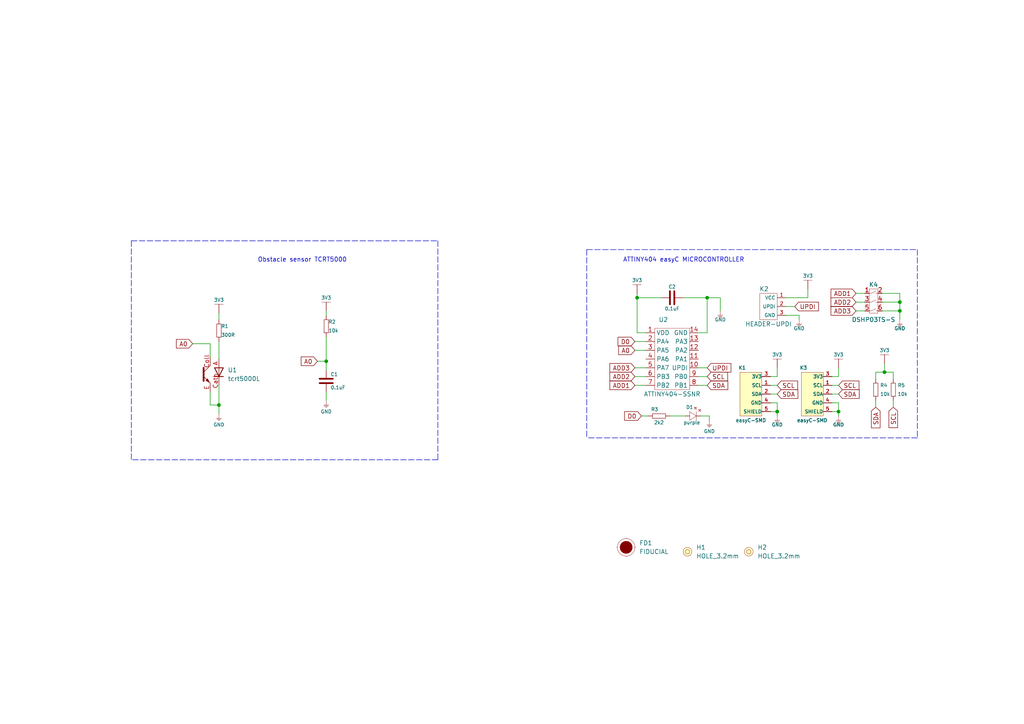
<source format=kicad_sch>
(kicad_sch (version 20210621) (generator eeschema)

  (uuid 67597db7-b6c2-4987-959f-d95685029503)

  (paper "A4")

  (title_block
    (title "Obstacle sensor with easyC")
    (date "2021-07-01")
    (rev "V1.1.1.")
    (company "SOLDERED")
    (comment 1 "333004")
  )

  (lib_symbols
    (symbol "e-radionica.com schematics:0402LED" (pin_numbers hide) (pin_names (offset 0.254) hide) (in_bom yes) (on_board yes)
      (property "Reference" "D" (id 0) (at -0.635 2.54 0)
        (effects (font (size 1 1)))
      )
      (property "Value" "0402LED" (id 1) (at 0 -2.54 0)
        (effects (font (size 1 1)))
      )
      (property "Footprint" "e-radionica.com footprinti:0402LED" (id 2) (at 0 5.08 0)
        (effects (font (size 1 1)) hide)
      )
      (property "Datasheet" "" (id 3) (at 0 0 0)
        (effects (font (size 1 1)) hide)
      )
      (property "Package" "0402" (id 4) (at 0 0 0)
        (effects (font (size 1.27 1.27)) hide)
      )
      (symbol "0402LED_0_1"
        (polyline
          (pts
            (xy -0.635 1.27)
            (xy 1.27 0)
          )
          (stroke (width 0.0006)) (fill (type none))
        )
        (polyline
          (pts
            (xy 0.635 1.905)
            (xy 1.27 2.54)
          )
          (stroke (width 0.0006)) (fill (type none))
        )
        (polyline
          (pts
            (xy 1.27 1.27)
            (xy 1.27 -1.27)
          )
          (stroke (width 0.0006)) (fill (type none))
        )
        (polyline
          (pts
            (xy 1.905 1.27)
            (xy 2.54 1.905)
          )
          (stroke (width 0.0006)) (fill (type none))
        )
        (polyline
          (pts
            (xy -0.635 1.27)
            (xy -0.635 -1.27)
            (xy 1.27 0)
          )
          (stroke (width 0.0006)) (fill (type none))
        )
        (polyline
          (pts
            (xy 1.27 2.54)
            (xy 0.635 2.54)
            (xy 1.27 1.905)
            (xy 1.27 2.54)
          )
          (stroke (width 0.0006)) (fill (type none))
        )
        (polyline
          (pts
            (xy 2.54 1.905)
            (xy 1.905 1.905)
            (xy 2.54 1.27)
            (xy 2.54 1.905)
          )
          (stroke (width 0.0006)) (fill (type none))
        )
      )
      (symbol "0402LED_1_1"
        (pin passive line (at -1.905 0 0) (length 1.27)
          (name "A" (effects (font (size 1.27 1.27))))
          (number "1" (effects (font (size 1.27 1.27))))
        )
        (pin passive line (at 2.54 0 180) (length 1.27)
          (name "K" (effects (font (size 1.27 1.27))))
          (number "2" (effects (font (size 1.27 1.27))))
        )
      )
    )
    (symbol "e-radionica.com schematics:0402R" (pin_numbers hide) (pin_names (offset 0.254)) (in_bom yes) (on_board yes)
      (property "Reference" "R" (id 0) (at -1.905 1.27 0)
        (effects (font (size 1 1)))
      )
      (property "Value" "0402R" (id 1) (at 0 -1.27 0)
        (effects (font (size 1 1)))
      )
      (property "Footprint" "e-radionica.com footprinti:0402R" (id 2) (at -2.54 1.905 0)
        (effects (font (size 1 1)) hide)
      )
      (property "Datasheet" "" (id 3) (at -2.54 1.905 0)
        (effects (font (size 1 1)) hide)
      )
      (symbol "0402R_0_1"
        (rectangle (start -1.905 -0.635) (end 1.905 -0.6604)
          (stroke (width 0.1)) (fill (type none))
        )
        (rectangle (start -1.905 0.635) (end -1.8796 -0.635)
          (stroke (width 0.1)) (fill (type none))
        )
        (rectangle (start -1.905 0.635) (end 1.905 0.6096)
          (stroke (width 0.1)) (fill (type none))
        )
        (rectangle (start 1.905 0.635) (end 1.9304 -0.635)
          (stroke (width 0.1)) (fill (type none))
        )
      )
      (symbol "0402R_1_1"
        (pin passive line (at -3.175 0 0) (length 1.27)
          (name "~" (effects (font (size 1.27 1.27))))
          (number "1" (effects (font (size 1.27 1.27))))
        )
        (pin passive line (at 3.175 0 180) (length 1.27)
          (name "~" (effects (font (size 1.27 1.27))))
          (number "2" (effects (font (size 1.27 1.27))))
        )
      )
    )
    (symbol "e-radionica.com schematics:0603C" (pin_numbers hide) (pin_names (offset 0.002)) (in_bom yes) (on_board yes)
      (property "Reference" "C" (id 0) (at -0.635 3.175 0)
        (effects (font (size 1 1)))
      )
      (property "Value" "0603C" (id 1) (at 0 -3.175 0)
        (effects (font (size 1 1)))
      )
      (property "Footprint" "e-radionica.com footprinti:0603C" (id 2) (at 0 0 0)
        (effects (font (size 1 1)) hide)
      )
      (property "Datasheet" "" (id 3) (at 0 0 0)
        (effects (font (size 1 1)) hide)
      )
      (symbol "0603C_0_1"
        (polyline
          (pts
            (xy -0.635 1.905)
            (xy -0.635 -1.905)
          )
          (stroke (width 0.5)) (fill (type none))
        )
        (polyline
          (pts
            (xy 0.635 1.905)
            (xy 0.635 -1.905)
          )
          (stroke (width 0.5)) (fill (type none))
        )
      )
      (symbol "0603C_1_1"
        (pin passive line (at -3.175 0 0) (length 2.54)
          (name "~" (effects (font (size 1.27 1.27))))
          (number "1" (effects (font (size 1.27 1.27))))
        )
        (pin passive line (at 3.175 0 180) (length 2.54)
          (name "~" (effects (font (size 1.27 1.27))))
          (number "2" (effects (font (size 1.27 1.27))))
        )
      )
    )
    (symbol "e-radionica.com schematics:0603R" (pin_numbers hide) (pin_names (offset 0.254)) (in_bom yes) (on_board yes)
      (property "Reference" "R" (id 0) (at -1.905 1.905 0)
        (effects (font (size 1 1)))
      )
      (property "Value" "0603R" (id 1) (at 0 -1.905 0)
        (effects (font (size 1 1)))
      )
      (property "Footprint" "e-radionica.com footprinti:0603R" (id 2) (at -0.635 1.905 0)
        (effects (font (size 1 1)) hide)
      )
      (property "Datasheet" "" (id 3) (at -0.635 1.905 0)
        (effects (font (size 1 1)) hide)
      )
      (symbol "0603R_0_1"
        (rectangle (start -1.905 -0.635) (end 1.905 -0.6604)
          (stroke (width 0.1)) (fill (type none))
        )
        (rectangle (start -1.905 0.635) (end -1.8796 -0.635)
          (stroke (width 0.1)) (fill (type none))
        )
        (rectangle (start -1.905 0.635) (end 1.905 0.6096)
          (stroke (width 0.1)) (fill (type none))
        )
        (rectangle (start 1.905 0.635) (end 1.9304 -0.635)
          (stroke (width 0.1)) (fill (type none))
        )
      )
      (symbol "0603R_1_1"
        (pin passive line (at -3.175 0 0) (length 1.27)
          (name "~" (effects (font (size 1.27 1.27))))
          (number "1" (effects (font (size 1.27 1.27))))
        )
        (pin passive line (at 3.175 0 180) (length 1.27)
          (name "~" (effects (font (size 1.27 1.27))))
          (number "2" (effects (font (size 1.27 1.27))))
        )
      )
    )
    (symbol "e-radionica.com schematics:3V3" (power) (pin_names (offset 0)) (in_bom yes) (on_board yes)
      (property "Reference" "#PWR" (id 0) (at 4.445 0 0)
        (effects (font (size 1 1)) hide)
      )
      (property "Value" "3V3" (id 1) (at 0 3.556 0)
        (effects (font (size 1 1)))
      )
      (property "Footprint" "" (id 2) (at 4.445 3.81 0)
        (effects (font (size 1 1)) hide)
      )
      (property "Datasheet" "" (id 3) (at 4.445 3.81 0)
        (effects (font (size 1 1)) hide)
      )
      (property "ki_keywords" "power-flag" (id 4) (at 0 0 0)
        (effects (font (size 1.27 1.27)) hide)
      )
      (property "ki_description" "Power symbol creates a global label with name \"+3V3\"" (id 5) (at 0 0 0)
        (effects (font (size 1.27 1.27)) hide)
      )
      (symbol "3V3_0_1"
        (polyline
          (pts
            (xy -1.27 2.54)
            (xy 1.27 2.54)
          )
          (stroke (width 0.0006)) (fill (type none))
        )
        (polyline
          (pts
            (xy 0 0)
            (xy 0 2.54)
          )
          (stroke (width 0)) (fill (type none))
        )
      )
      (symbol "3V3_1_1"
        (pin power_in line (at 0 0 90) (length 0) hide
          (name "3V3" (effects (font (size 1.27 1.27))))
          (number "1" (effects (font (size 1.27 1.27))))
        )
      )
    )
    (symbol "e-radionica.com schematics:ATTINY404-SSNR" (in_bom yes) (on_board yes)
      (property "Reference" "U" (id 0) (at -5.08 10.16 0)
        (effects (font (size 1.27 1.27)))
      )
      (property "Value" "ATTINY404-SSNR" (id 1) (at 0 -10.16 0)
        (effects (font (size 1.27 1.27)))
      )
      (property "Footprint" "e-radionica.com footprinti:SOIC-14" (id 2) (at 0 -11.43 0)
        (effects (font (size 1.27 1.27)) hide)
      )
      (property "Datasheet" "" (id 3) (at 0 -2.54 0)
        (effects (font (size 1.27 1.27)) hide)
      )
      (symbol "ATTINY404-SSNR_0_1"
        (rectangle (start -5.08 8.89) (end 5.08 -8.89)
          (stroke (width 0.0006)) (fill (type none))
        )
      )
      (symbol "ATTINY404-SSNR_1_1"
        (pin power_in line (at -7.62 7.62 0) (length 2.54)
          (name "VDD" (effects (font (size 1.27 1.27))))
          (number "1" (effects (font (size 1.27 1.27))))
        )
        (pin bidirectional line (at 7.62 -2.54 180) (length 2.54)
          (name "UPDI" (effects (font (size 1.27 1.27))))
          (number "10" (effects (font (size 1.27 1.27))))
        )
        (pin bidirectional line (at 7.62 0 180) (length 2.54)
          (name "PA1" (effects (font (size 1.27 1.27))))
          (number "11" (effects (font (size 1.27 1.27))))
        )
        (pin bidirectional line (at 7.62 2.54 180) (length 2.54)
          (name "PA2" (effects (font (size 1.27 1.27))))
          (number "12" (effects (font (size 1.27 1.27))))
        )
        (pin bidirectional line (at 7.62 5.08 180) (length 2.54)
          (name "PA3" (effects (font (size 1.27 1.27))))
          (number "13" (effects (font (size 1.27 1.27))))
        )
        (pin power_in line (at 7.62 7.62 180) (length 2.54)
          (name "GND" (effects (font (size 1.27 1.27))))
          (number "14" (effects (font (size 1.27 1.27))))
        )
        (pin bidirectional line (at -7.62 5.08 0) (length 2.54)
          (name "PA4" (effects (font (size 1.27 1.27))))
          (number "2" (effects (font (size 1.27 1.27))))
        )
        (pin bidirectional line (at -7.62 2.54 0) (length 2.54)
          (name "PA5" (effects (font (size 1.27 1.27))))
          (number "3" (effects (font (size 1.27 1.27))))
        )
        (pin bidirectional line (at -7.62 0 0) (length 2.54)
          (name "PA6" (effects (font (size 1.27 1.27))))
          (number "4" (effects (font (size 1.27 1.27))))
        )
        (pin bidirectional line (at -7.62 -2.54 0) (length 2.54)
          (name "PA7" (effects (font (size 1.27 1.27))))
          (number "5" (effects (font (size 1.27 1.27))))
        )
        (pin bidirectional line (at -7.62 -5.08 0) (length 2.54)
          (name "PB3" (effects (font (size 1.27 1.27))))
          (number "6" (effects (font (size 1.27 1.27))))
        )
        (pin bidirectional line (at -7.62 -7.62 0) (length 2.54)
          (name "PB2" (effects (font (size 1.27 1.27))))
          (number "7" (effects (font (size 1.27 1.27))))
        )
        (pin bidirectional line (at 7.62 -7.62 180) (length 2.54)
          (name "PB1" (effects (font (size 1.27 1.27))))
          (number "8" (effects (font (size 1.27 1.27))))
        )
        (pin bidirectional line (at 7.62 -5.08 180) (length 2.54)
          (name "PB0" (effects (font (size 1.27 1.27))))
          (number "9" (effects (font (size 1.27 1.27))))
        )
      )
    )
    (symbol "e-radionica.com schematics:DSHP03TS-S" (in_bom yes) (on_board yes)
      (property "Reference" "K" (id 0) (at 0 5.08 0)
        (effects (font (size 1.27 1.27)))
      )
      (property "Value" "DSHP03TS-S" (id 1) (at 0 -5.08 0)
        (effects (font (size 1.27 1.27)))
      )
      (property "Footprint" "e-radionica.com footprinti:DSHP03TS-S" (id 2) (at -1.27 -7.62 0)
        (effects (font (size 1.27 1.27)) hide)
      )
      (property "Datasheet" "" (id 3) (at 0 0 0)
        (effects (font (size 1.27 1.27)) hide)
      )
      (property "ki_keywords" "DIP SW SWITCH " (id 4) (at 0 0 0)
        (effects (font (size 1.27 1.27)) hide)
      )
      (symbol "DSHP03TS-S_0_1"
        (rectangle (start -1.27 3.81) (end 1.27 -3.175)
          (stroke (width 0.0006)) (fill (type none))
        )
        (polyline
          (pts
            (xy 1.27 -2.54)
            (xy 0.635 -2.54)
          )
          (stroke (width 0.0006)) (fill (type none))
        )
        (polyline
          (pts
            (xy 1.27 0)
            (xy 0.635 0)
          )
          (stroke (width 0.0006)) (fill (type none))
        )
        (polyline
          (pts
            (xy 1.27 2.54)
            (xy 0.635 2.54)
          )
          (stroke (width 0.0006)) (fill (type none))
        )
        (polyline
          (pts
            (xy -1.27 -2.54)
            (xy -0.635 -2.54)
            (xy 0.635 -1.905)
          )
          (stroke (width 0.0006)) (fill (type none))
        )
        (polyline
          (pts
            (xy -1.27 0)
            (xy -0.635 0)
            (xy 0.635 0.635)
          )
          (stroke (width 0.0006)) (fill (type none))
        )
        (polyline
          (pts
            (xy -1.27 2.54)
            (xy -0.635 2.54)
            (xy 0.635 3.175)
          )
          (stroke (width 0.0006)) (fill (type none))
        )
      )
      (symbol "DSHP03TS-S_1_1"
        (pin bidirectional line (at -2.54 2.54 0) (length 1.27)
          (name "~" (effects (font (size 1.27 1.27))))
          (number "1" (effects (font (size 1.27 1.27))))
        )
        (pin bidirectional line (at 2.54 2.54 180) (length 1.27)
          (name "~" (effects (font (size 1.27 1.27))))
          (number "2" (effects (font (size 1.27 1.27))))
        )
        (pin bidirectional line (at -2.54 0 0) (length 1.27)
          (name "~" (effects (font (size 1.27 1.27))))
          (number "3" (effects (font (size 1.27 1.27))))
        )
        (pin bidirectional line (at 2.54 0 180) (length 1.27)
          (name "~" (effects (font (size 1.27 1.27))))
          (number "4" (effects (font (size 1.27 1.27))))
        )
        (pin bidirectional line (at -2.54 -2.54 0) (length 1.27)
          (name "~" (effects (font (size 1.27 1.27))))
          (number "5" (effects (font (size 1.27 1.27))))
        )
        (pin bidirectional line (at 2.54 -2.54 180) (length 1.27)
          (name "~" (effects (font (size 1.27 1.27))))
          (number "6" (effects (font (size 1.27 1.27))))
        )
      )
    )
    (symbol "e-radionica.com schematics:FIDUCIAL" (in_bom no) (on_board yes)
      (property "Reference" "FD" (id 0) (at 0 3.81 0)
        (effects (font (size 1.27 1.27)))
      )
      (property "Value" "FIDUCIAL" (id 1) (at 0 -3.81 0)
        (effects (font (size 1.27 1.27)))
      )
      (property "Footprint" "e-radionica.com footprinti:FIDUCIAL_23" (id 2) (at 0.254 -5.334 0)
        (effects (font (size 1.27 1.27)) hide)
      )
      (property "Datasheet" "" (id 3) (at 0 0 0)
        (effects (font (size 1.27 1.27)) hide)
      )
      (symbol "FIDUCIAL_0_1"
        (circle (center 0 0) (radius 2.54) (stroke (width 0.0006)) (fill (type none)))
        (circle (center 0 0) (radius 1.7961) (stroke (width 0.001)) (fill (type outline)))
        (polyline
          (pts
            (xy -2.54 0)
            (xy -2.794 0)
          )
          (stroke (width 0.0006)) (fill (type none))
        )
        (polyline
          (pts
            (xy 0 -2.54)
            (xy 0 -2.794)
          )
          (stroke (width 0.0006)) (fill (type none))
        )
        (polyline
          (pts
            (xy 0 2.54)
            (xy 0 2.794)
          )
          (stroke (width 0.0006)) (fill (type none))
        )
        (polyline
          (pts
            (xy 2.54 0)
            (xy 2.794 0)
          )
          (stroke (width 0.0006)) (fill (type none))
        )
      )
    )
    (symbol "e-radionica.com schematics:GND" (power) (pin_names (offset 0)) (in_bom yes) (on_board yes)
      (property "Reference" "#PWR" (id 0) (at 4.445 0 0)
        (effects (font (size 1 1)) hide)
      )
      (property "Value" "GND" (id 1) (at 0 -2.921 0)
        (effects (font (size 1 1)))
      )
      (property "Footprint" "" (id 2) (at 4.445 3.81 0)
        (effects (font (size 1 1)) hide)
      )
      (property "Datasheet" "" (id 3) (at 4.445 3.81 0)
        (effects (font (size 1 1)) hide)
      )
      (property "ki_keywords" "power-flag" (id 4) (at 0 0 0)
        (effects (font (size 1.27 1.27)) hide)
      )
      (property "ki_description" "Power symbol creates a global label with name \"+3V3\"" (id 5) (at 0 0 0)
        (effects (font (size 1.27 1.27)) hide)
      )
      (symbol "GND_0_1"
        (polyline
          (pts
            (xy -0.762 -1.27)
            (xy 0.762 -1.27)
          )
          (stroke (width 0.0006)) (fill (type none))
        )
        (polyline
          (pts
            (xy -0.635 -1.524)
            (xy 0.635 -1.524)
          )
          (stroke (width 0.0006)) (fill (type none))
        )
        (polyline
          (pts
            (xy -0.381 -1.778)
            (xy 0.381 -1.778)
          )
          (stroke (width 0.0006)) (fill (type none))
        )
        (polyline
          (pts
            (xy -0.127 -2.032)
            (xy 0.127 -2.032)
          )
          (stroke (width 0.0006)) (fill (type none))
        )
        (polyline
          (pts
            (xy 0 0)
            (xy 0 -1.27)
          )
          (stroke (width 0.0006)) (fill (type none))
        )
      )
      (symbol "GND_1_1"
        (pin power_in line (at 0 0 270) (length 0) hide
          (name "GND" (effects (font (size 1.27 1.27))))
          (number "1" (effects (font (size 1.27 1.27))))
        )
      )
    )
    (symbol "e-radionica.com schematics:HEADER-UPDI" (in_bom yes) (on_board yes)
      (property "Reference" "K" (id 0) (at -1.27 5.08 0)
        (effects (font (size 1.27 1.27)))
      )
      (property "Value" "HEADER-UPDI" (id 1) (at 0 -5.08 0)
        (effects (font (size 1.27 1.27)))
      )
      (property "Footprint" "e-radionica.com footprinti:HEADER-UPDI" (id 2) (at 2.54 -7.62 0)
        (effects (font (size 1.27 1.27)) hide)
      )
      (property "Datasheet" "" (id 3) (at 2.54 0 0)
        (effects (font (size 1.27 1.27)) hide)
      )
      (symbol "HEADER-UPDI_0_1"
        (rectangle (start -2.54 3.81) (end 2.54 -3.81)
          (stroke (width 0.0006)) (fill (type none))
        )
      )
      (symbol "HEADER-UPDI_1_1"
        (pin power_in line (at 5.08 2.54 180) (length 2.54)
          (name "VCC" (effects (font (size 1 1))))
          (number "1" (effects (font (size 1 1))))
        )
        (pin bidirectional line (at 5.08 0 180) (length 2.54)
          (name "UPDI" (effects (font (size 1 1))))
          (number "2" (effects (font (size 1 1))))
        )
        (pin power_in line (at 5.08 -2.54 180) (length 2.54)
          (name "GND" (effects (font (size 1 1))))
          (number "3" (effects (font (size 1 1))))
        )
      )
    )
    (symbol "e-radionica.com schematics:HOLE_3.2mm" (pin_numbers hide) (pin_names hide) (in_bom yes) (on_board yes)
      (property "Reference" "H" (id 0) (at 0 2.54 0)
        (effects (font (size 1.27 1.27)))
      )
      (property "Value" "HOLE_3.2mm" (id 1) (at 0 -2.54 0)
        (effects (font (size 1.27 1.27)))
      )
      (property "Footprint" "e-radionica.com footprinti:HOLE_3.2mm" (id 2) (at 0 0 0)
        (effects (font (size 1.27 1.27)) hide)
      )
      (property "Datasheet" "" (id 3) (at 0 0 0)
        (effects (font (size 1.27 1.27)) hide)
      )
      (symbol "HOLE_3.2mm_0_1"
        (circle (center 0 0) (radius 0.635) (stroke (width 0.0006)) (fill (type none)))
        (circle (center 0 0) (radius 1.27) (stroke (width 0.001)) (fill (type background)))
      )
    )
    (symbol "e-radionica.com schematics:easyC-SMD" (pin_names (offset 0.002)) (in_bom yes) (on_board yes)
      (property "Reference" "K" (id 0) (at -2.54 10.16 0)
        (effects (font (size 1 1)))
      )
      (property "Value" "easyC-SMD" (id 1) (at 0 -5.08 0)
        (effects (font (size 1 1)))
      )
      (property "Footprint" "e-radionica.com footprinti:easyC-connector" (id 2) (at 3.175 2.54 0)
        (effects (font (size 1 1)) hide)
      )
      (property "Datasheet" "" (id 3) (at 3.175 2.54 0)
        (effects (font (size 1 1)) hide)
      )
      (symbol "easyC-SMD_0_1"
        (rectangle (start -3.175 8.89) (end 3.175 -3.81)
          (stroke (width 0.001)) (fill (type background))
        )
      )
      (symbol "easyC-SMD_1_1"
        (pin passive line (at 5.715 5.08 180) (length 2.54)
          (name "SCL" (effects (font (size 1 1))))
          (number "1" (effects (font (size 1 1))))
        )
        (pin passive line (at 5.715 2.54 180) (length 2.54)
          (name "SDA" (effects (font (size 1 1))))
          (number "2" (effects (font (size 1 1))))
        )
        (pin passive line (at 5.715 7.62 180) (length 2.54)
          (name "3V3" (effects (font (size 1 1))))
          (number "3" (effects (font (size 1 1))))
        )
        (pin passive line (at 5.715 0 180) (length 2.54)
          (name "GND" (effects (font (size 1 1))))
          (number "4" (effects (font (size 1 1))))
        )
        (pin passive line (at 5.715 -2.54 180) (length 2.54)
          (name "SHIELD" (effects (font (size 1 1))))
          (number "5" (effects (font (size 1 1))))
        )
      )
    )
    (symbol "e-radionica.com schematics:tcrt5000L" (in_bom yes) (on_board yes)
      (property "Reference" "U" (id 0) (at -4.445 3.81 0)
        (effects (font (size 1.27 1.27)))
      )
      (property "Value" "tcrt5000L" (id 1) (at 0 -13.335 0)
        (effects (font (size 1.27 1.27)))
      )
      (property "Footprint" "e-radionica.com footprinti:TCRT5000L" (id 2) (at -0.635 0 0)
        (effects (font (size 1.27 1.27)) hide)
      )
      (property "Datasheet" "" (id 3) (at -0.635 0 0)
        (effects (font (size 1.27 1.27)) hide)
      )
      (symbol "tcrt5000L_0_1"
        (polyline
          (pts
            (xy -3.175 0.635)
            (xy -1.27 2.54)
          )
          (stroke (width 0)) (fill (type none))
        )
        (polyline
          (pts
            (xy 0 -0.635)
            (xy 2.54 -0.635)
          )
          (stroke (width 0.254)) (fill (type none))
        )
        (polyline
          (pts
            (xy 1.27 1.905)
            (xy 1.27 -0.635)
          )
          (stroke (width 0)) (fill (type none))
        )
        (polyline
          (pts
            (xy -3.175 -0.635)
            (xy -1.27 -2.54)
            (xy -1.27 -2.54)
          )
          (stroke (width 0)) (fill (type none))
        )
        (polyline
          (pts
            (xy -3.175 1.905)
            (xy -3.175 -1.905)
            (xy -3.175 -1.905)
          )
          (stroke (width 0.508)) (fill (type none))
        )
        (polyline
          (pts
            (xy 0 1.905)
            (xy 2.54 1.905)
            (xy 1.27 -0.635)
            (xy 0 1.905)
          )
          (stroke (width 0.254)) (fill (type none))
        )
        (polyline
          (pts
            (xy -2.54 -1.778)
            (xy -2.032 -1.27)
            (xy -1.524 -2.286)
            (xy -2.54 -1.778)
            (xy -2.54 -1.778)
          )
          (stroke (width 0)) (fill (type outline))
        )
      )
      (symbol "tcrt5000L_1_1"
        (pin passive line (at 1.27 4.445 270) (length 2.54)
          (name "" (effects (font (size 1.27 1.27))))
          (number "A" (effects (font (size 1.27 1.27))))
        )
        (pin passive line (at 1.27 -3.175 90) (length 2.54)
          (name "" (effects (font (size 1.27 1.27))))
          (number "Cath" (effects (font (size 1.27 1.27))))
        )
        (pin passive line (at -1.27 5.08 270) (length 2.54)
          (name "" (effects (font (size 1.27 1.27))))
          (number "Coll" (effects (font (size 1.27 1.27))))
        )
        (pin passive line (at -1.27 -5.08 90) (length 2.54)
          (name "" (effects (font (size 1.27 1.27))))
          (number "E" (effects (font (size 1.27 1.27))))
        )
      )
    )
  )

  (junction (at 63.5 117.475) (diameter 0.9144) (color 0 0 0 0))
  (junction (at 94.615 104.775) (diameter 0.9144) (color 0 0 0 0))
  (junction (at 184.785 86.36) (diameter 0.9144) (color 0 0 0 0))
  (junction (at 205.105 86.36) (diameter 0.9144) (color 0 0 0 0))
  (junction (at 225.425 119.38) (diameter 0.9144) (color 0 0 0 0))
  (junction (at 243.205 119.38) (diameter 0.9144) (color 0 0 0 0))
  (junction (at 256.54 107.95) (diameter 0.9144) (color 0 0 0 0))
  (junction (at 260.985 87.63) (diameter 0.9144) (color 0 0 0 0))
  (junction (at 260.985 90.17) (diameter 0.9144) (color 0 0 0 0))

  (wire (pts (xy 55.88 99.695) (xy 60.96 99.695))
    (stroke (width 0) (type solid) (color 0 0 0 0))
    (uuid 6f53d20f-0dc3-4b30-91f5-c92108e1c10c)
  )
  (wire (pts (xy 60.96 99.695) (xy 60.96 103.505))
    (stroke (width 0) (type solid) (color 0 0 0 0))
    (uuid e03d7eff-d0c3-4f6d-a3a3-7068ae18e4d1)
  )
  (wire (pts (xy 60.96 113.665) (xy 60.96 117.475))
    (stroke (width 0) (type solid) (color 0 0 0 0))
    (uuid 18cebb1d-f176-4ddc-a5b7-bdd5ba643264)
  )
  (wire (pts (xy 60.96 117.475) (xy 63.5 117.475))
    (stroke (width 0) (type solid) (color 0 0 0 0))
    (uuid 02a87ba5-75f9-4c3a-8a08-cd532b3bf850)
  )
  (wire (pts (xy 63.5 90.805) (xy 63.5 92.71))
    (stroke (width 0) (type solid) (color 0 0 0 0))
    (uuid cd7c3d89-3125-4d02-bcc0-ea0cc02cd367)
  )
  (wire (pts (xy 63.5 99.06) (xy 63.5 104.14))
    (stroke (width 0) (type solid) (color 0 0 0 0))
    (uuid 94c04cc9-6668-4fa3-ad21-dc2f4c133c8a)
  )
  (wire (pts (xy 63.5 111.76) (xy 63.5 117.475))
    (stroke (width 0) (type solid) (color 0 0 0 0))
    (uuid 05619800-0079-4a10-95de-10eb3d06399c)
  )
  (wire (pts (xy 63.5 117.475) (xy 63.5 120.015))
    (stroke (width 0) (type solid) (color 0 0 0 0))
    (uuid 40399ca4-8f8f-48af-b864-c8a1757729d4)
  )
  (wire (pts (xy 92.075 104.775) (xy 94.615 104.775))
    (stroke (width 0) (type solid) (color 0 0 0 0))
    (uuid f0e3b405-a03d-482d-adb3-fe83ded3c52b)
  )
  (wire (pts (xy 94.615 91.44) (xy 94.615 90.17))
    (stroke (width 0) (type solid) (color 0 0 0 0))
    (uuid c094c0da-5344-43d1-9aff-0d69a7d19717)
  )
  (wire (pts (xy 94.615 97.79) (xy 94.615 104.775))
    (stroke (width 0) (type solid) (color 0 0 0 0))
    (uuid 944068a0-70ee-4617-b994-686ee9d3d055)
  )
  (wire (pts (xy 94.615 104.775) (xy 94.615 107.315))
    (stroke (width 0) (type solid) (color 0 0 0 0))
    (uuid 791563ec-2bc3-4e16-b912-936ced12ade7)
  )
  (wire (pts (xy 94.615 113.665) (xy 94.615 116.205))
    (stroke (width 0) (type solid) (color 0 0 0 0))
    (uuid c478f149-e7ea-471c-ba90-6523179ed998)
  )
  (wire (pts (xy 184.15 99.06) (xy 187.325 99.06))
    (stroke (width 0) (type solid) (color 0 0 0 0))
    (uuid a7d02cbf-4db8-40e3-8c8a-1bb558489bb1)
  )
  (wire (pts (xy 184.15 101.6) (xy 187.325 101.6))
    (stroke (width 0) (type solid) (color 0 0 0 0))
    (uuid a0a97189-d6cb-4ea7-a3b1-36533f4f3979)
  )
  (wire (pts (xy 184.15 106.68) (xy 187.325 106.68))
    (stroke (width 0) (type solid) (color 0 0 0 0))
    (uuid 105b0cf2-c998-4447-9a09-9527b1d62bdf)
  )
  (wire (pts (xy 184.15 109.22) (xy 187.325 109.22))
    (stroke (width 0) (type solid) (color 0 0 0 0))
    (uuid e0907ed0-bbc8-482a-9043-829b0eee76c1)
  )
  (wire (pts (xy 184.15 111.76) (xy 187.325 111.76))
    (stroke (width 0) (type solid) (color 0 0 0 0))
    (uuid 799c2952-168f-4bef-8126-e4885acd4030)
  )
  (wire (pts (xy 184.785 86.36) (xy 184.785 85.09))
    (stroke (width 0) (type solid) (color 0 0 0 0))
    (uuid e0c4e712-24ca-41d0-9b9c-0cc9c9358770)
  )
  (wire (pts (xy 184.785 96.52) (xy 184.785 86.36))
    (stroke (width 0) (type solid) (color 0 0 0 0))
    (uuid 9a0bd958-e773-4f8a-bf48-1179e9187d56)
  )
  (wire (pts (xy 186.055 120.65) (xy 187.96 120.65))
    (stroke (width 0) (type solid) (color 0 0 0 0))
    (uuid db7d6fcc-33fa-4dc6-8a7f-108ac30cfdac)
  )
  (wire (pts (xy 187.325 96.52) (xy 184.785 96.52))
    (stroke (width 0) (type solid) (color 0 0 0 0))
    (uuid 0b80d9c9-a2c4-4c9e-a20a-1d71e40d4219)
  )
  (wire (pts (xy 191.77 86.36) (xy 184.785 86.36))
    (stroke (width 0) (type solid) (color 0 0 0 0))
    (uuid 0a32ace3-8cf7-493f-acad-32118bb332c4)
  )
  (wire (pts (xy 194.31 120.65) (xy 198.755 120.65))
    (stroke (width 0) (type solid) (color 0 0 0 0))
    (uuid b3db74c8-caaa-4619-925d-ff593de56089)
  )
  (wire (pts (xy 198.12 86.36) (xy 205.105 86.36))
    (stroke (width 0) (type solid) (color 0 0 0 0))
    (uuid 40b01331-f27d-4d70-963c-933c48c2b43a)
  )
  (wire (pts (xy 202.565 106.68) (xy 205.105 106.68))
    (stroke (width 0) (type solid) (color 0 0 0 0))
    (uuid fb0bcc64-9ac1-46f9-93fd-e0c733df466f)
  )
  (wire (pts (xy 202.565 109.22) (xy 205.105 109.22))
    (stroke (width 0) (type solid) (color 0 0 0 0))
    (uuid 4ea5c54e-abc0-49ee-8701-76ba25ff2ef0)
  )
  (wire (pts (xy 202.565 111.76) (xy 205.105 111.76))
    (stroke (width 0) (type solid) (color 0 0 0 0))
    (uuid f87dbde4-ad15-481b-a00e-54f422035bf8)
  )
  (wire (pts (xy 203.2 120.65) (xy 205.74 120.65))
    (stroke (width 0) (type solid) (color 0 0 0 0))
    (uuid 8fb1d9dc-0263-4b02-8d8f-9c916c41b328)
  )
  (wire (pts (xy 205.105 86.36) (xy 205.105 96.52))
    (stroke (width 0) (type solid) (color 0 0 0 0))
    (uuid a18f69a5-3a28-4ce7-9e3b-c170eaa47a71)
  )
  (wire (pts (xy 205.105 86.36) (xy 208.915 86.36))
    (stroke (width 0) (type solid) (color 0 0 0 0))
    (uuid cc96cd07-3552-4f9b-a5fc-63c5924a25e9)
  )
  (wire (pts (xy 205.105 96.52) (xy 202.565 96.52))
    (stroke (width 0) (type solid) (color 0 0 0 0))
    (uuid 63026436-b6bd-4ba4-b947-ca2f2c3a8e2f)
  )
  (wire (pts (xy 205.74 120.65) (xy 205.74 121.92))
    (stroke (width 0) (type solid) (color 0 0 0 0))
    (uuid 42d9e329-571d-41c3-8b9c-a0a396c68f67)
  )
  (wire (pts (xy 208.915 86.36) (xy 208.915 90.17))
    (stroke (width 0) (type solid) (color 0 0 0 0))
    (uuid 53c9cb01-6fc4-4a5a-96f2-674732b4c285)
  )
  (wire (pts (xy 223.52 109.22) (xy 225.425 109.22))
    (stroke (width 0) (type solid) (color 0 0 0 0))
    (uuid 0ecef262-a31b-4a49-a742-3658ae229cd8)
  )
  (wire (pts (xy 223.52 111.76) (xy 225.425 111.76))
    (stroke (width 0) (type solid) (color 0 0 0 0))
    (uuid 23a08108-3ccf-40a0-9be4-e4a749d1c2fc)
  )
  (wire (pts (xy 223.52 114.3) (xy 225.425 114.3))
    (stroke (width 0) (type solid) (color 0 0 0 0))
    (uuid 3a5a6e2c-0cf2-49fb-99cd-9477af8e140e)
  )
  (wire (pts (xy 223.52 116.84) (xy 225.425 116.84))
    (stroke (width 0) (type solid) (color 0 0 0 0))
    (uuid 5b2c06a6-7494-457c-bd22-560721c62f2c)
  )
  (wire (pts (xy 223.52 119.38) (xy 225.425 119.38))
    (stroke (width 0) (type solid) (color 0 0 0 0))
    (uuid 3481cd88-aeec-4162-a5fb-d600b1f8b98a)
  )
  (wire (pts (xy 225.425 109.22) (xy 225.425 106.68))
    (stroke (width 0) (type solid) (color 0 0 0 0))
    (uuid dcd070b7-bee2-4180-8652-cdf2b040a996)
  )
  (wire (pts (xy 225.425 116.84) (xy 225.425 119.38))
    (stroke (width 0) (type solid) (color 0 0 0 0))
    (uuid 55a5f31c-a6a7-4a65-b640-da22e2b4476f)
  )
  (wire (pts (xy 225.425 119.38) (xy 225.425 120.65))
    (stroke (width 0) (type solid) (color 0 0 0 0))
    (uuid 68f96140-f48a-4105-8f09-8765439fcc25)
  )
  (wire (pts (xy 227.965 86.36) (xy 234.315 86.36))
    (stroke (width 0) (type solid) (color 0 0 0 0))
    (uuid 248c07d1-a312-4bc7-95c6-9f7767a249d3)
  )
  (wire (pts (xy 227.965 88.9) (xy 230.505 88.9))
    (stroke (width 0) (type solid) (color 0 0 0 0))
    (uuid 51efbede-6522-4405-9ccc-cc730abc88a3)
  )
  (wire (pts (xy 227.965 91.44) (xy 231.775 91.44))
    (stroke (width 0) (type solid) (color 0 0 0 0))
    (uuid e9c1680a-3dc5-45c2-b946-ba38f54318b1)
  )
  (wire (pts (xy 231.775 91.44) (xy 231.775 92.71))
    (stroke (width 0) (type solid) (color 0 0 0 0))
    (uuid dfa95df5-fef9-427a-a125-cc30fcdb4513)
  )
  (wire (pts (xy 234.315 86.36) (xy 234.315 83.82))
    (stroke (width 0) (type solid) (color 0 0 0 0))
    (uuid 88cf0045-e349-41a5-b4a2-d0640ec19957)
  )
  (wire (pts (xy 241.3 109.22) (xy 243.205 109.22))
    (stroke (width 0) (type solid) (color 0 0 0 0))
    (uuid bb5f6293-f62c-4c9d-af3e-07fd4ae42829)
  )
  (wire (pts (xy 241.3 111.76) (xy 243.205 111.76))
    (stroke (width 0) (type solid) (color 0 0 0 0))
    (uuid 7a5cbe01-db61-4745-a579-cfdc49d7d238)
  )
  (wire (pts (xy 241.3 114.3) (xy 243.205 114.3))
    (stroke (width 0) (type solid) (color 0 0 0 0))
    (uuid bca63fc7-383b-4545-a4d1-78912324c755)
  )
  (wire (pts (xy 241.3 116.84) (xy 243.205 116.84))
    (stroke (width 0) (type solid) (color 0 0 0 0))
    (uuid c71c2cc7-67fb-4569-9d0c-beb56c9aaa0a)
  )
  (wire (pts (xy 241.3 119.38) (xy 243.205 119.38))
    (stroke (width 0) (type solid) (color 0 0 0 0))
    (uuid 4fb7ea3a-17c8-4e3f-90fe-e784927b732f)
  )
  (wire (pts (xy 243.205 109.22) (xy 243.205 106.68))
    (stroke (width 0) (type solid) (color 0 0 0 0))
    (uuid 4bd4e7f7-d890-4fae-9358-32e38f047975)
  )
  (wire (pts (xy 243.205 116.84) (xy 243.205 119.38))
    (stroke (width 0) (type solid) (color 0 0 0 0))
    (uuid fa2c946f-f40b-491a-821b-a954544bb641)
  )
  (wire (pts (xy 243.205 119.38) (xy 243.205 120.65))
    (stroke (width 0) (type solid) (color 0 0 0 0))
    (uuid 952c98f3-2117-43a6-8619-ae93d155414d)
  )
  (wire (pts (xy 248.285 85.09) (xy 250.825 85.09))
    (stroke (width 0) (type solid) (color 0 0 0 0))
    (uuid 7142d14c-2884-4763-8eb8-824d98c5d34a)
  )
  (wire (pts (xy 248.285 87.63) (xy 250.825 87.63))
    (stroke (width 0) (type solid) (color 0 0 0 0))
    (uuid 9c3f72f3-d510-4087-9663-27f2aff5a8af)
  )
  (wire (pts (xy 248.285 90.17) (xy 250.825 90.17))
    (stroke (width 0) (type solid) (color 0 0 0 0))
    (uuid 4caec018-ac92-40f6-aded-15a5db955c6f)
  )
  (wire (pts (xy 254 107.95) (xy 256.54 107.95))
    (stroke (width 0) (type solid) (color 0 0 0 0))
    (uuid 9459cf7a-2ad0-46df-9b04-73c1c88af61c)
  )
  (wire (pts (xy 254 109.855) (xy 254 107.95))
    (stroke (width 0) (type solid) (color 0 0 0 0))
    (uuid 60dc9929-e176-4100-aae0-23593d3e1d42)
  )
  (wire (pts (xy 254 116.205) (xy 254 118.11))
    (stroke (width 0) (type solid) (color 0 0 0 0))
    (uuid 512b2bf5-09c6-4c6b-8e35-b79a63cdfa0b)
  )
  (wire (pts (xy 255.905 85.09) (xy 260.985 85.09))
    (stroke (width 0) (type solid) (color 0 0 0 0))
    (uuid 591d5b1b-c9c3-4c67-a1c7-cbc18dbd93e3)
  )
  (wire (pts (xy 255.905 87.63) (xy 260.985 87.63))
    (stroke (width 0) (type solid) (color 0 0 0 0))
    (uuid 84bf53c1-aa1e-4606-9053-ddc8f99d83a7)
  )
  (wire (pts (xy 255.905 90.17) (xy 260.985 90.17))
    (stroke (width 0) (type solid) (color 0 0 0 0))
    (uuid e13625d4-f5a5-420f-88be-44027a9f907e)
  )
  (wire (pts (xy 256.54 107.95) (xy 256.54 105.41))
    (stroke (width 0) (type solid) (color 0 0 0 0))
    (uuid 75f8c507-8464-401f-b09c-1d3ed0107a0d)
  )
  (wire (pts (xy 259.08 107.95) (xy 256.54 107.95))
    (stroke (width 0) (type solid) (color 0 0 0 0))
    (uuid d3776256-9ea5-4117-8951-24e7cfc61d3e)
  )
  (wire (pts (xy 259.08 109.855) (xy 259.08 107.95))
    (stroke (width 0) (type solid) (color 0 0 0 0))
    (uuid 153e2f5d-3998-4813-ae09-b156c1586ad1)
  )
  (wire (pts (xy 259.08 116.205) (xy 259.08 118.11))
    (stroke (width 0) (type solid) (color 0 0 0 0))
    (uuid 738b5eb2-f5a2-45eb-a841-85a52ac0f8a7)
  )
  (wire (pts (xy 260.985 85.09) (xy 260.985 87.63))
    (stroke (width 0) (type solid) (color 0 0 0 0))
    (uuid a4c42c0e-6b1a-4381-9557-4db419410a74)
  )
  (wire (pts (xy 260.985 87.63) (xy 260.985 90.17))
    (stroke (width 0) (type solid) (color 0 0 0 0))
    (uuid ee90f4e7-7e29-40d0-8f48-b74914821be9)
  )
  (wire (pts (xy 260.985 90.17) (xy 260.985 92.71))
    (stroke (width 0) (type solid) (color 0 0 0 0))
    (uuid 375daea4-7b75-43d4-9fd0-26d78e8927ec)
  )
  (polyline (pts (xy 38.1 69.85) (xy 38.1 133.35))
    (stroke (width 0) (type dash) (color 0 0 0 0))
    (uuid 1347cfab-ccb3-49bc-8f56-fd94854cb476)
  )
  (polyline (pts (xy 38.1 69.85) (xy 127 69.85))
    (stroke (width 0) (type dash) (color 0 0 0 0))
    (uuid 1347cfab-ccb3-49bc-8f56-fd94854cb476)
  )
  (polyline (pts (xy 127 69.85) (xy 127 133.35))
    (stroke (width 0) (type dash) (color 0 0 0 0))
    (uuid 1347cfab-ccb3-49bc-8f56-fd94854cb476)
  )
  (polyline (pts (xy 127 133.35) (xy 38.1 133.35))
    (stroke (width 0) (type dash) (color 0 0 0 0))
    (uuid 1347cfab-ccb3-49bc-8f56-fd94854cb476)
  )
  (polyline (pts (xy 170.18 72.39) (xy 170.18 127))
    (stroke (width 0) (type dash) (color 0 0 0 0))
    (uuid 3f2abde9-bd3e-49e1-9b6b-00bbf3538ccb)
  )
  (polyline (pts (xy 170.18 72.39) (xy 266.065 72.39))
    (stroke (width 0) (type dash) (color 0 0 0 0))
    (uuid 1e05128a-0c3e-469a-aec9-0e2d825e8c00)
  )
  (polyline (pts (xy 266.065 72.39) (xy 266.065 127))
    (stroke (width 0) (type dash) (color 0 0 0 0))
    (uuid c28b50da-9e0e-48c3-bf75-8f7677eb2578)
  )
  (polyline (pts (xy 266.065 127) (xy 170.18 127))
    (stroke (width 0) (type dash) (color 0 0 0 0))
    (uuid 1ab259f4-0729-4690-964d-c825a20ab6a3)
  )

  (text "Obstacle sensor TCRT5000 " (at 101.6 76.2 180)
    (effects (font (size 1.27 1.27)) (justify right bottom))
    (uuid 337b1bff-f890-4b4c-840e-b078ddf9ae6b)
  )
  (text "ATTINY404 easyC MICROCONTROLLER" (at 215.9 76.2 180)
    (effects (font (size 1.27 1.27)) (justify right bottom))
    (uuid a02619f7-02e1-4412-a0b0-d0adb5011eb0)
  )

  (global_label "A0" (shape input) (at 55.88 99.695 180)
    (effects (font (size 1.27 1.27)) (justify right))
    (uuid 443a591e-32c2-44fd-8f89-eec112e53871)
    (property "Intersheet References" "${INTERSHEET_REFS}" (id 0) (at 49.6448 99.6156 0)
      (effects (font (size 1.27 1.27)) (justify right) hide)
    )
  )
  (global_label "A0" (shape input) (at 92.075 104.775 180)
    (effects (font (size 1.27 1.27)) (justify right))
    (uuid aa1bc2f7-ef6d-4c9c-979a-cb77c7058f76)
    (property "Intersheet References" "${INTERSHEET_REFS}" (id 0) (at 85.8398 104.6956 0)
      (effects (font (size 1.27 1.27)) (justify right) hide)
    )
  )
  (global_label "D0" (shape input) (at 184.15 99.06 180)
    (effects (font (size 1.27 1.27)) (justify right))
    (uuid 3311aba9-3c98-488d-b8e3-08696bee599e)
    (property "Intersheet References" "${INTERSHEET_REFS}" (id 0) (at 177.7334 98.9806 0)
      (effects (font (size 1.27 1.27)) (justify right) hide)
    )
  )
  (global_label "A0" (shape input) (at 184.15 101.6 180)
    (effects (font (size 1.27 1.27)) (justify right))
    (uuid 211c1ed0-c742-44a5-9069-ea6cbef40d65)
    (property "Intersheet References" "${INTERSHEET_REFS}" (id 0) (at 177.9148 101.5206 0)
      (effects (font (size 1.27 1.27)) (justify right) hide)
    )
  )
  (global_label "ADD3" (shape input) (at 184.15 106.68 180)
    (effects (font (size 1.27 1.27)) (justify right))
    (uuid b8bb899b-437b-4839-bdd9-4ecec1fe81cf)
    (property "Intersheet References" "${INTERSHEET_REFS}" (id 0) (at 175.3748 106.6006 0)
      (effects (font (size 1.27 1.27)) (justify right) hide)
    )
  )
  (global_label "ADD2" (shape input) (at 184.15 109.22 180)
    (effects (font (size 1.27 1.27)) (justify right))
    (uuid 117a8aba-3b88-4936-a223-508536bdba70)
    (property "Intersheet References" "${INTERSHEET_REFS}" (id 0) (at 175.3748 109.1406 0)
      (effects (font (size 1.27 1.27)) (justify right) hide)
    )
  )
  (global_label "ADD1" (shape input) (at 184.15 111.76 180)
    (effects (font (size 1.27 1.27)) (justify right))
    (uuid dbf94dad-ca6e-481e-98bf-af1c25c972e8)
    (property "Intersheet References" "${INTERSHEET_REFS}" (id 0) (at 175.3748 111.6806 0)
      (effects (font (size 1.27 1.27)) (justify right) hide)
    )
  )
  (global_label "D0" (shape input) (at 186.055 120.65 180)
    (effects (font (size 1.27 1.27)) (justify right))
    (uuid 55465947-dc2e-4584-a24a-1f161dae8b12)
    (property "Intersheet References" "${INTERSHEET_REFS}" (id 0) (at 179.6384 120.5706 0)
      (effects (font (size 1.27 1.27)) (justify right) hide)
    )
  )
  (global_label "UPDI" (shape input) (at 205.105 106.68 0)
    (effects (font (size 1.27 1.27)) (justify left))
    (uuid e4b1f0f8-ae17-4fa6-ada4-1ab8a843009d)
    (property "Intersheet References" "${INTERSHEET_REFS}" (id 0) (at 213.5173 106.6006 0)
      (effects (font (size 1.27 1.27)) (justify left) hide)
    )
  )
  (global_label "SCL" (shape input) (at 205.105 109.22 0)
    (effects (font (size 1.27 1.27)) (justify left))
    (uuid f78d7200-7855-44ce-8631-84a4619a6ae8)
    (property "Intersheet References" "${INTERSHEET_REFS}" (id 0) (at 212.5497 109.1406 0)
      (effects (font (size 1.27 1.27)) (justify left) hide)
    )
  )
  (global_label "SDA" (shape input) (at 205.105 111.76 0)
    (effects (font (size 1.27 1.27)) (justify left))
    (uuid 267d16e7-336a-4230-9906-09635d084aaf)
    (property "Intersheet References" "${INTERSHEET_REFS}" (id 0) (at 212.6102 111.8394 0)
      (effects (font (size 1.27 1.27)) (justify left) hide)
    )
  )
  (global_label "SCL" (shape input) (at 225.425 111.76 0)
    (effects (font (size 1.27 1.27)) (justify left))
    (uuid 5b30e36b-866b-49a3-a35a-799b8ac5d6e0)
    (property "Intersheet References" "${INTERSHEET_REFS}" (id 0) (at 232.8697 111.6806 0)
      (effects (font (size 1.27 1.27)) (justify left) hide)
    )
  )
  (global_label "SDA" (shape input) (at 225.425 114.3 0)
    (effects (font (size 1.27 1.27)) (justify left))
    (uuid c9f9beae-19ef-4b63-b928-f6947a280292)
    (property "Intersheet References" "${INTERSHEET_REFS}" (id 0) (at 232.9302 114.2206 0)
      (effects (font (size 1.27 1.27)) (justify left) hide)
    )
  )
  (global_label "UPDI" (shape input) (at 230.505 88.9 0)
    (effects (font (size 1.27 1.27)) (justify left))
    (uuid 0c230f00-386a-4f99-9fe2-ac64367f6cd5)
    (property "Intersheet References" "${INTERSHEET_REFS}" (id 0) (at 238.9173 88.8206 0)
      (effects (font (size 1.27 1.27)) (justify left) hide)
    )
  )
  (global_label "SCL" (shape input) (at 243.205 111.76 0)
    (effects (font (size 1.27 1.27)) (justify left))
    (uuid 2ccffff7-4b47-426a-be16-2a8bab7883bc)
    (property "Intersheet References" "${INTERSHEET_REFS}" (id 0) (at 250.6497 111.6806 0)
      (effects (font (size 1.27 1.27)) (justify left) hide)
    )
  )
  (global_label "SDA" (shape input) (at 243.205 114.3 0)
    (effects (font (size 1.27 1.27)) (justify left))
    (uuid 8c6636fa-60b7-472c-ab8d-b53ab1183a23)
    (property "Intersheet References" "${INTERSHEET_REFS}" (id 0) (at 250.7102 114.2206 0)
      (effects (font (size 1.27 1.27)) (justify left) hide)
    )
  )
  (global_label "ADD1" (shape input) (at 248.285 85.09 180)
    (effects (font (size 1.27 1.27)) (justify right))
    (uuid ae551570-7d80-49e0-a2f1-fade04844ec9)
    (property "Intersheet References" "${INTERSHEET_REFS}" (id 0) (at 239.5098 85.0106 0)
      (effects (font (size 1.27 1.27)) (justify right) hide)
    )
  )
  (global_label "ADD2" (shape input) (at 248.285 87.63 180)
    (effects (font (size 1.27 1.27)) (justify right))
    (uuid 521e682a-01c1-41e0-bd35-145993d650f5)
    (property "Intersheet References" "${INTERSHEET_REFS}" (id 0) (at 239.5098 87.5506 0)
      (effects (font (size 1.27 1.27)) (justify right) hide)
    )
  )
  (global_label "ADD3" (shape input) (at 248.285 90.17 180)
    (effects (font (size 1.27 1.27)) (justify right))
    (uuid 3a867357-9ade-4284-8502-316501471eeb)
    (property "Intersheet References" "${INTERSHEET_REFS}" (id 0) (at 239.5098 90.0906 0)
      (effects (font (size 1.27 1.27)) (justify right) hide)
    )
  )
  (global_label "SDA" (shape input) (at 254 118.11 270)
    (effects (font (size 1.27 1.27)) (justify right))
    (uuid 58aff45e-4dc1-4368-9d85-745d54eb002a)
    (property "Intersheet References" "${INTERSHEET_REFS}" (id 0) (at 253.9206 125.6152 90)
      (effects (font (size 1.27 1.27)) (justify right) hide)
    )
  )
  (global_label "SCL" (shape input) (at 259.08 118.11 270)
    (effects (font (size 1.27 1.27)) (justify right))
    (uuid 0fb63376-1248-40ad-a804-3e5e00e75d67)
    (property "Intersheet References" "${INTERSHEET_REFS}" (id 0) (at 259.1594 125.5547 90)
      (effects (font (size 1.27 1.27)) (justify right) hide)
    )
  )

  (symbol (lib_id "e-radionica.com schematics:GND") (at 63.5 120.015 0) (unit 1)
    (in_bom yes) (on_board yes)
    (uuid 74b6cfaf-625a-4732-8aed-480e1b49f6a5)
    (property "Reference" "#PWR02" (id 0) (at 67.945 120.015 0)
      (effects (font (size 1 1)) hide)
    )
    (property "Value" "GND" (id 1) (at 63.5 123.19 0)
      (effects (font (size 1 1)))
    )
    (property "Footprint" "" (id 2) (at 67.945 116.205 0)
      (effects (font (size 1 1)) hide)
    )
    (property "Datasheet" "" (id 3) (at 67.945 116.205 0)
      (effects (font (size 1 1)) hide)
    )
    (pin "1" (uuid 1674149b-52b7-45c7-b414-3e19bb9557c5))
  )

  (symbol (lib_id "e-radionica.com schematics:GND") (at 94.615 116.205 0) (unit 1)
    (in_bom yes) (on_board yes)
    (uuid 9e586e94-9125-43ba-b688-48b384c82dbc)
    (property "Reference" "#PWR04" (id 0) (at 99.06 116.205 0)
      (effects (font (size 1 1)) hide)
    )
    (property "Value" "GND" (id 1) (at 94.615 119.38 0)
      (effects (font (size 1 1)))
    )
    (property "Footprint" "" (id 2) (at 99.06 112.395 0)
      (effects (font (size 1 1)) hide)
    )
    (property "Datasheet" "" (id 3) (at 99.06 112.395 0)
      (effects (font (size 1 1)) hide)
    )
    (pin "1" (uuid 1674149b-52b7-45c7-b414-3e19bb9557c5))
  )

  (symbol (lib_id "e-radionica.com schematics:GND") (at 205.74 121.92 0) (unit 1)
    (in_bom yes) (on_board yes)
    (uuid c59a6712-053c-4ae9-8b26-0b1e82b55a1d)
    (property "Reference" "#PWR06" (id 0) (at 210.185 121.92 0)
      (effects (font (size 1 1)) hide)
    )
    (property "Value" "GND" (id 1) (at 205.74 125.095 0)
      (effects (font (size 1 1)))
    )
    (property "Footprint" "" (id 2) (at 210.185 118.11 0)
      (effects (font (size 1 1)) hide)
    )
    (property "Datasheet" "" (id 3) (at 210.185 118.11 0)
      (effects (font (size 1 1)) hide)
    )
    (pin "1" (uuid 1674149b-52b7-45c7-b414-3e19bb9557c5))
  )

  (symbol (lib_id "e-radionica.com schematics:GND") (at 208.915 90.17 0) (unit 1)
    (in_bom yes) (on_board yes)
    (uuid 35d0b824-ff67-417a-88f0-1067ab34b917)
    (property "Reference" "#PWR07" (id 0) (at 213.36 90.17 0)
      (effects (font (size 1 1)) hide)
    )
    (property "Value" "GND" (id 1) (at 208.915 92.71 0)
      (effects (font (size 1 1)))
    )
    (property "Footprint" "" (id 2) (at 213.36 86.36 0)
      (effects (font (size 1 1)) hide)
    )
    (property "Datasheet" "" (id 3) (at 213.36 86.36 0)
      (effects (font (size 1 1)) hide)
    )
    (pin "1" (uuid 2a6b0601-cc03-4ad2-b1c8-f6efd66fea6d))
  )

  (symbol (lib_id "e-radionica.com schematics:GND") (at 225.425 120.65 0) (unit 1)
    (in_bom yes) (on_board yes)
    (uuid a9a89c91-a607-487e-8c89-93fe550969ac)
    (property "Reference" "#PWR09" (id 0) (at 229.87 120.65 0)
      (effects (font (size 1 1)) hide)
    )
    (property "Value" "GND" (id 1) (at 225.425 123.19 0)
      (effects (font (size 1 1)))
    )
    (property "Footprint" "" (id 2) (at 229.87 116.84 0)
      (effects (font (size 1 1)) hide)
    )
    (property "Datasheet" "" (id 3) (at 229.87 116.84 0)
      (effects (font (size 1 1)) hide)
    )
    (pin "1" (uuid 2a6b0601-cc03-4ad2-b1c8-f6efd66fea6d))
  )

  (symbol (lib_id "e-radionica.com schematics:GND") (at 231.775 92.71 0) (unit 1)
    (in_bom yes) (on_board yes)
    (uuid 1d1d281b-0429-4171-9f3c-e8bcc00d01b9)
    (property "Reference" "#PWR010" (id 0) (at 236.22 92.71 0)
      (effects (font (size 1 1)) hide)
    )
    (property "Value" "GND" (id 1) (at 231.775 95.25 0)
      (effects (font (size 1 1)))
    )
    (property "Footprint" "" (id 2) (at 236.22 88.9 0)
      (effects (font (size 1 1)) hide)
    )
    (property "Datasheet" "" (id 3) (at 236.22 88.9 0)
      (effects (font (size 1 1)) hide)
    )
    (pin "1" (uuid 2a6b0601-cc03-4ad2-b1c8-f6efd66fea6d))
  )

  (symbol (lib_id "e-radionica.com schematics:GND") (at 243.205 120.65 0) (unit 1)
    (in_bom yes) (on_board yes)
    (uuid c86ca1cd-8734-43de-915f-e43a48f184d8)
    (property "Reference" "#PWR013" (id 0) (at 247.65 120.65 0)
      (effects (font (size 1 1)) hide)
    )
    (property "Value" "GND" (id 1) (at 243.205 123.19 0)
      (effects (font (size 1 1)))
    )
    (property "Footprint" "" (id 2) (at 247.65 116.84 0)
      (effects (font (size 1 1)) hide)
    )
    (property "Datasheet" "" (id 3) (at 247.65 116.84 0)
      (effects (font (size 1 1)) hide)
    )
    (pin "1" (uuid 2a6b0601-cc03-4ad2-b1c8-f6efd66fea6d))
  )

  (symbol (lib_id "e-radionica.com schematics:GND") (at 260.985 92.71 0) (unit 1)
    (in_bom yes) (on_board yes)
    (uuid 71221b77-8be7-4c4b-bd51-cec2eb56ff68)
    (property "Reference" "#PWR015" (id 0) (at 265.43 92.71 0)
      (effects (font (size 1 1)) hide)
    )
    (property "Value" "GND" (id 1) (at 260.985 95.25 0)
      (effects (font (size 1 1)))
    )
    (property "Footprint" "" (id 2) (at 265.43 88.9 0)
      (effects (font (size 1 1)) hide)
    )
    (property "Datasheet" "" (id 3) (at 265.43 88.9 0)
      (effects (font (size 1 1)) hide)
    )
    (pin "1" (uuid 2a6b0601-cc03-4ad2-b1c8-f6efd66fea6d))
  )

  (symbol (lib_id "e-radionica.com schematics:HOLE_3.2mm") (at 199.39 160.02 0) (unit 1)
    (in_bom yes) (on_board yes)
    (uuid f24f33c9-3ba8-4f3e-8901-c51e6fc9e46f)
    (property "Reference" "H1" (id 0) (at 201.93 158.75 0)
      (effects (font (size 1.27 1.27)) (justify left))
    )
    (property "Value" "HOLE_3.2mm" (id 1) (at 201.93 161.29 0)
      (effects (font (size 1.27 1.27)) (justify left))
    )
    (property "Footprint" "e-radionica.com footprinti:HOLE_3.2mm" (id 2) (at 199.39 160.02 0)
      (effects (font (size 1.27 1.27)) hide)
    )
    (property "Datasheet" "" (id 3) (at 199.39 160.02 0)
      (effects (font (size 1.27 1.27)) hide)
    )
  )

  (symbol (lib_id "e-radionica.com schematics:HOLE_3.2mm") (at 217.17 160.02 0) (unit 1)
    (in_bom yes) (on_board yes)
    (uuid 99f347ed-b1e8-4a17-a10f-780851f10fa1)
    (property "Reference" "H2" (id 0) (at 219.71 158.75 0)
      (effects (font (size 1.27 1.27)) (justify left))
    )
    (property "Value" "HOLE_3.2mm" (id 1) (at 219.71 161.29 0)
      (effects (font (size 1.27 1.27)) (justify left))
    )
    (property "Footprint" "e-radionica.com footprinti:HOLE_3.2mm" (id 2) (at 217.17 160.02 0)
      (effects (font (size 1.27 1.27)) hide)
    )
    (property "Datasheet" "" (id 3) (at 217.17 160.02 0)
      (effects (font (size 1.27 1.27)) hide)
    )
  )

  (symbol (lib_id "e-radionica.com schematics:3V3") (at 63.5 90.805 0) (unit 1)
    (in_bom yes) (on_board yes)
    (uuid 2a5957db-dd2d-4f00-9559-091a66ea19d9)
    (property "Reference" "#PWR01" (id 0) (at 67.945 90.805 0)
      (effects (font (size 1 1)) hide)
    )
    (property "Value" "3V3" (id 1) (at 63.5 86.995 0)
      (effects (font (size 1 1)))
    )
    (property "Footprint" "" (id 2) (at 67.945 86.995 0)
      (effects (font (size 1 1)) hide)
    )
    (property "Datasheet" "" (id 3) (at 67.945 86.995 0)
      (effects (font (size 1 1)) hide)
    )
    (pin "1" (uuid bedf355e-f64d-4d61-a1a3-673658b00eeb))
  )

  (symbol (lib_id "e-radionica.com schematics:3V3") (at 94.615 90.17 0) (unit 1)
    (in_bom yes) (on_board yes)
    (uuid bd6d8dc1-8946-4247-92a6-d26cc9645005)
    (property "Reference" "#PWR03" (id 0) (at 99.06 90.17 0)
      (effects (font (size 1 1)) hide)
    )
    (property "Value" "3V3" (id 1) (at 94.615 86.36 0)
      (effects (font (size 1 1)))
    )
    (property "Footprint" "" (id 2) (at 99.06 86.36 0)
      (effects (font (size 1 1)) hide)
    )
    (property "Datasheet" "" (id 3) (at 99.06 86.36 0)
      (effects (font (size 1 1)) hide)
    )
    (pin "1" (uuid bedf355e-f64d-4d61-a1a3-673658b00eeb))
  )

  (symbol (lib_id "e-radionica.com schematics:3V3") (at 184.785 85.09 0) (unit 1)
    (in_bom yes) (on_board yes)
    (uuid b3b54a44-e99f-4dc9-b68a-fd660df50c53)
    (property "Reference" "#PWR05" (id 0) (at 189.23 85.09 0)
      (effects (font (size 1 1)) hide)
    )
    (property "Value" "3V3" (id 1) (at 184.785 81.28 0)
      (effects (font (size 1 1)))
    )
    (property "Footprint" "" (id 2) (at 189.23 81.28 0)
      (effects (font (size 1 1)) hide)
    )
    (property "Datasheet" "" (id 3) (at 189.23 81.28 0)
      (effects (font (size 1 1)) hide)
    )
    (pin "1" (uuid bedf355e-f64d-4d61-a1a3-673658b00eeb))
  )

  (symbol (lib_id "e-radionica.com schematics:3V3") (at 225.425 106.68 0) (unit 1)
    (in_bom yes) (on_board yes)
    (uuid 53b8641a-3859-4426-a5a8-461761f3fc63)
    (property "Reference" "#PWR08" (id 0) (at 229.87 106.68 0)
      (effects (font (size 1 1)) hide)
    )
    (property "Value" "3V3" (id 1) (at 225.425 102.87 0)
      (effects (font (size 1 1)))
    )
    (property "Footprint" "" (id 2) (at 229.87 102.87 0)
      (effects (font (size 1 1)) hide)
    )
    (property "Datasheet" "" (id 3) (at 229.87 102.87 0)
      (effects (font (size 1 1)) hide)
    )
    (pin "1" (uuid bedf355e-f64d-4d61-a1a3-673658b00eeb))
  )

  (symbol (lib_id "e-radionica.com schematics:3V3") (at 234.315 83.82 0) (unit 1)
    (in_bom yes) (on_board yes)
    (uuid e85e4583-3034-4be7-9295-42d9791880fd)
    (property "Reference" "#PWR011" (id 0) (at 238.76 83.82 0)
      (effects (font (size 1 1)) hide)
    )
    (property "Value" "3V3" (id 1) (at 234.315 80.01 0)
      (effects (font (size 1 1)))
    )
    (property "Footprint" "" (id 2) (at 238.76 80.01 0)
      (effects (font (size 1 1)) hide)
    )
    (property "Datasheet" "" (id 3) (at 238.76 80.01 0)
      (effects (font (size 1 1)) hide)
    )
    (pin "1" (uuid bedf355e-f64d-4d61-a1a3-673658b00eeb))
  )

  (symbol (lib_id "e-radionica.com schematics:3V3") (at 243.205 106.68 0) (unit 1)
    (in_bom yes) (on_board yes)
    (uuid 1c3a858a-db23-446e-8237-0d4c8b186d13)
    (property "Reference" "#PWR012" (id 0) (at 247.65 106.68 0)
      (effects (font (size 1 1)) hide)
    )
    (property "Value" "3V3" (id 1) (at 243.205 102.87 0)
      (effects (font (size 1 1)))
    )
    (property "Footprint" "" (id 2) (at 247.65 102.87 0)
      (effects (font (size 1 1)) hide)
    )
    (property "Datasheet" "" (id 3) (at 247.65 102.87 0)
      (effects (font (size 1 1)) hide)
    )
    (pin "1" (uuid bedf355e-f64d-4d61-a1a3-673658b00eeb))
  )

  (symbol (lib_id "e-radionica.com schematics:3V3") (at 256.54 105.41 0) (unit 1)
    (in_bom yes) (on_board yes)
    (uuid c61afb25-0795-47e9-bc8f-3cf4861c3666)
    (property "Reference" "#PWR014" (id 0) (at 260.985 105.41 0)
      (effects (font (size 1 1)) hide)
    )
    (property "Value" "3V3" (id 1) (at 256.54 101.6 0)
      (effects (font (size 1 1)))
    )
    (property "Footprint" "" (id 2) (at 260.985 101.6 0)
      (effects (font (size 1 1)) hide)
    )
    (property "Datasheet" "" (id 3) (at 260.985 101.6 0)
      (effects (font (size 1 1)) hide)
    )
    (pin "1" (uuid bedf355e-f64d-4d61-a1a3-673658b00eeb))
  )

  (symbol (lib_id "e-radionica.com schematics:0603R") (at 63.5 95.885 90) (unit 1)
    (in_bom yes) (on_board yes)
    (uuid 39d2a911-b684-48fb-b39c-0a91f512ae0c)
    (property "Reference" "R1" (id 0) (at 64.135 94.615 90)
      (effects (font (size 1 1)) (justify right))
    )
    (property "Value" "300R" (id 1) (at 64.135 97.155 90)
      (effects (font (size 1 1)) (justify right))
    )
    (property "Footprint" "e-radionica.com footprinti:0603R" (id 2) (at 61.595 96.52 0)
      (effects (font (size 1 1)) hide)
    )
    (property "Datasheet" "" (id 3) (at 61.595 96.52 0)
      (effects (font (size 1 1)) hide)
    )
    (pin "1" (uuid ac59e436-ce08-4f9f-be8d-e907e82bd897))
    (pin "2" (uuid 897ae6e7-e1c5-4b9e-80a5-1a7cf1cb45f4))
  )

  (symbol (lib_id "e-radionica.com schematics:0603R") (at 94.615 94.615 90) (unit 1)
    (in_bom yes) (on_board yes)
    (uuid 868df3e7-a231-4f32-97a8-7cd36431f7e3)
    (property "Reference" "R2" (id 0) (at 95.25 93.345 90)
      (effects (font (size 1 1)) (justify right))
    )
    (property "Value" "10k" (id 1) (at 95.25 95.885 90)
      (effects (font (size 1 1)) (justify right))
    )
    (property "Footprint" "e-radionica.com footprinti:0603R" (id 2) (at 92.71 95.25 0)
      (effects (font (size 1 1)) hide)
    )
    (property "Datasheet" "" (id 3) (at 92.71 95.25 0)
      (effects (font (size 1 1)) hide)
    )
    (pin "1" (uuid ac59e436-ce08-4f9f-be8d-e907e82bd897))
    (pin "2" (uuid 897ae6e7-e1c5-4b9e-80a5-1a7cf1cb45f4))
  )

  (symbol (lib_id "e-radionica.com schematics:0402R") (at 191.135 120.65 0) (unit 1)
    (in_bom yes) (on_board yes)
    (uuid 4f896af9-a3c1-4623-a1f0-3d94597892a3)
    (property "Reference" "R3" (id 0) (at 189.865 118.745 0)
      (effects (font (size 1 1)))
    )
    (property "Value" "2k2" (id 1) (at 191.135 122.555 0)
      (effects (font (size 1 1)))
    )
    (property "Footprint" "e-radionica.com footprinti:0402R" (id 2) (at 188.595 118.745 0)
      (effects (font (size 1 1)) hide)
    )
    (property "Datasheet" "" (id 3) (at 188.595 118.745 0)
      (effects (font (size 1 1)) hide)
    )
    (pin "1" (uuid d0d12dba-1085-4ae0-b015-dd6220cce864))
    (pin "2" (uuid 58f23848-bf34-47ec-820d-2348eade1830))
  )

  (symbol (lib_id "e-radionica.com schematics:0603R") (at 254 113.03 90) (unit 1)
    (in_bom yes) (on_board yes)
    (uuid 021b118b-f398-4332-90b5-4761f44738d3)
    (property "Reference" "R4" (id 0) (at 255.27 111.76 90)
      (effects (font (size 1 1)) (justify right))
    )
    (property "Value" "10k" (id 1) (at 255.27 114.3 90)
      (effects (font (size 1 1)) (justify right))
    )
    (property "Footprint" "e-radionica.com footprinti:0603R" (id 2) (at 252.095 113.665 0)
      (effects (font (size 1 1)) hide)
    )
    (property "Datasheet" "" (id 3) (at 252.095 113.665 0)
      (effects (font (size 1 1)) hide)
    )
    (pin "1" (uuid a8c5e7dc-86d0-4490-9304-3baefec916c3))
    (pin "2" (uuid 84ae3df0-d605-45dc-879f-2ff4029f2dd1))
  )

  (symbol (lib_id "e-radionica.com schematics:0603R") (at 259.08 113.03 90) (unit 1)
    (in_bom yes) (on_board yes)
    (uuid 2e695e08-9c87-4592-9380-901e2c35f59a)
    (property "Reference" "R5" (id 0) (at 260.35 111.76 90)
      (effects (font (size 1 1)) (justify right))
    )
    (property "Value" "10k" (id 1) (at 260.35 114.3 90)
      (effects (font (size 1 1)) (justify right))
    )
    (property "Footprint" "e-radionica.com footprinti:0603R" (id 2) (at 257.175 113.665 0)
      (effects (font (size 1 1)) hide)
    )
    (property "Datasheet" "" (id 3) (at 257.175 113.665 0)
      (effects (font (size 1 1)) hide)
    )
    (pin "1" (uuid a8c5e7dc-86d0-4490-9304-3baefec916c3))
    (pin "2" (uuid 84ae3df0-d605-45dc-879f-2ff4029f2dd1))
  )

  (symbol (lib_id "e-radionica.com schematics:0402LED") (at 200.66 120.65 0) (unit 1)
    (in_bom yes) (on_board yes)
    (uuid 7072e7e8-057a-4925-938a-318bcfe4ebdb)
    (property "Reference" "D1" (id 0) (at 200.025 118.11 0)
      (effects (font (size 1 1)))
    )
    (property "Value" "purple" (id 1) (at 200.66 122.555 0)
      (effects (font (size 1 1)))
    )
    (property "Footprint" "e-radionica.com footprinti:0402LED" (id 2) (at 200.66 115.57 0)
      (effects (font (size 1 1)) hide)
    )
    (property "Datasheet" "" (id 3) (at 200.66 120.65 0)
      (effects (font (size 1 1)) hide)
    )
    (property "Package" "0402" (id 4) (at 200.66 120.65 0)
      (effects (font (size 1.27 1.27)) hide)
    )
    (pin "1" (uuid 4c2ffa47-eaeb-46e8-9fe3-44dc6c150376))
    (pin "2" (uuid 590d764b-1174-4567-98d8-7fca22bfab95))
  )

  (symbol (lib_id "e-radionica.com schematics:0603C") (at 94.615 110.49 90) (unit 1)
    (in_bom yes) (on_board yes)
    (uuid 0c0e47f7-7eea-41d4-9814-963322c74dca)
    (property "Reference" "C1" (id 0) (at 95.885 108.585 90)
      (effects (font (size 1 1)) (justify right))
    )
    (property "Value" "0.1uF" (id 1) (at 95.885 112.395 90)
      (effects (font (size 1 1)) (justify right))
    )
    (property "Footprint" "e-radionica.com footprinti:0603C" (id 2) (at 94.615 110.49 0)
      (effects (font (size 1 1)) hide)
    )
    (property "Datasheet" "" (id 3) (at 94.615 110.49 0)
      (effects (font (size 1 1)) hide)
    )
    (pin "1" (uuid c71b57b9-54a1-4a82-8a78-5c8c643c04ff))
    (pin "2" (uuid 020d3e4b-6c98-4ed9-a59e-ac9211a6601f))
  )

  (symbol (lib_id "e-radionica.com schematics:0603C") (at 194.945 86.36 0) (unit 1)
    (in_bom yes) (on_board yes)
    (uuid 90c5da02-b430-4ff8-870c-7aee46de64f3)
    (property "Reference" "C2" (id 0) (at 194.945 83.185 0)
      (effects (font (size 1 1)))
    )
    (property "Value" "0.1uF" (id 1) (at 194.945 89.535 0)
      (effects (font (size 1 1)))
    )
    (property "Footprint" "e-radionica.com footprinti:0603C" (id 2) (at 194.945 86.36 0)
      (effects (font (size 1 1)) hide)
    )
    (property "Datasheet" "" (id 3) (at 194.945 86.36 0)
      (effects (font (size 1 1)) hide)
    )
    (pin "1" (uuid 08acf4e0-9151-4daa-843e-9f7d092f029f))
    (pin "2" (uuid 627c54b3-95e3-40ac-b6a6-a91766d9ef4f))
  )

  (symbol (lib_id "e-radionica.com schematics:FIDUCIAL") (at 181.61 158.75 0) (unit 1)
    (in_bom no) (on_board yes) (fields_autoplaced)
    (uuid 94be0ad5-b6a7-4238-a8c4-9f9d6d94cc31)
    (property "Reference" "FD1" (id 0) (at 185.42 157.4799 0)
      (effects (font (size 1.27 1.27)) (justify left))
    )
    (property "Value" "FIDUCIAL" (id 1) (at 185.42 160.0199 0)
      (effects (font (size 1.27 1.27)) (justify left))
    )
    (property "Footprint" "e-radionica.com footprinti:FIDUCIAL_23" (id 2) (at 181.864 164.084 0)
      (effects (font (size 1.27 1.27)) hide)
    )
    (property "Datasheet" "" (id 3) (at 181.61 158.75 0)
      (effects (font (size 1.27 1.27)) hide)
    )
  )

  (symbol (lib_id "e-radionica.com schematics:DSHP03TS-S") (at 253.365 87.63 0) (unit 1)
    (in_bom yes) (on_board yes)
    (uuid 682367ba-8963-40b8-a75c-b44954d60545)
    (property "Reference" "K4" (id 0) (at 253.365 82.55 0))
    (property "Value" "DSHP03TS-S" (id 1) (at 253.365 92.71 0))
    (property "Footprint" "e-radionica.com footprinti:DSHP03TS-S" (id 2) (at 252.095 95.25 0)
      (effects (font (size 1.27 1.27)) hide)
    )
    (property "Datasheet" "" (id 3) (at 253.365 87.63 0)
      (effects (font (size 1.27 1.27)) hide)
    )
    (pin "1" (uuid 818fd1bc-b765-48b3-8d3b-f55b80aa2cb4))
    (pin "2" (uuid 1122a1f7-7cf8-4900-a4fa-dc86793c437d))
    (pin "3" (uuid 513751db-15fc-444f-af77-2150b21bbdbd))
    (pin "4" (uuid da40e9d7-9111-445f-9287-78afbb22545a))
    (pin "5" (uuid 7750450b-1b31-4290-ad19-7bee25b597fd))
    (pin "6" (uuid 781f96f9-5487-40f4-8393-195d4e21e42b))
  )

  (symbol (lib_id "e-radionica.com schematics:HEADER-UPDI") (at 222.885 88.9 0) (unit 1)
    (in_bom yes) (on_board yes)
    (uuid a8ef869d-78bf-4aff-b8fc-686a17f66ed2)
    (property "Reference" "K2" (id 0) (at 221.615 83.82 0))
    (property "Value" "HEADER-UPDI" (id 1) (at 222.885 93.98 0))
    (property "Footprint" "e-radionica.com footprinti:HEADER-UPDI" (id 2) (at 225.425 96.52 0)
      (effects (font (size 1.27 1.27)) hide)
    )
    (property "Datasheet" "" (id 3) (at 225.425 88.9 0)
      (effects (font (size 1.27 1.27)) hide)
    )
    (pin "1" (uuid b7137da2-db9b-4e16-913d-9ce6b6bdfa2a))
    (pin "2" (uuid 31fb6899-7fe8-4ab6-8639-d05194bf0839))
    (pin "3" (uuid b0a2352a-7240-4536-ae05-87c602d03201))
  )

  (symbol (lib_id "e-radionica.com schematics:tcrt5000L") (at 62.23 108.585 0) (unit 1)
    (in_bom yes) (on_board yes)
    (uuid de40c3e5-82c3-438d-9847-d8538787527d)
    (property "Reference" "U1" (id 0) (at 66.04 107.315 0)
      (effects (font (size 1.27 1.27)) (justify left))
    )
    (property "Value" "tcrt5000L" (id 1) (at 66.04 109.855 0)
      (effects (font (size 1.27 1.27)) (justify left))
    )
    (property "Footprint" "e-radionica.com footprinti:TCRT5000L" (id 2) (at 61.595 108.585 0)
      (effects (font (size 1.27 1.27)) hide)
    )
    (property "Datasheet" "" (id 3) (at 61.595 108.585 0)
      (effects (font (size 1.27 1.27)) hide)
    )
    (pin "A" (uuid a4db8241-336b-4c4e-8246-9f620c385174))
    (pin "Cath" (uuid 9821bbe4-0b9a-494d-a482-7397e07610fb))
    (pin "Coll" (uuid 967d7b94-8a15-433d-bf5b-7633f24b2357))
    (pin "E" (uuid c99e1a65-bcf1-41ac-ad37-4138f9cf4e21))
  )

  (symbol (lib_id "e-radionica.com schematics:easyC-SMD") (at 217.805 116.84 0) (unit 1)
    (in_bom yes) (on_board yes)
    (uuid 2b1eabde-233e-46ed-af10-c2ec0883aa30)
    (property "Reference" "K1" (id 0) (at 215.265 106.68 0)
      (effects (font (size 1 1)))
    )
    (property "Value" "easyC-SMD" (id 1) (at 217.805 121.92 0)
      (effects (font (size 1 1)))
    )
    (property "Footprint" "e-radionica.com footprinti:easyC-connector" (id 2) (at 220.98 114.3 0)
      (effects (font (size 1 1)) hide)
    )
    (property "Datasheet" "" (id 3) (at 220.98 114.3 0)
      (effects (font (size 1 1)) hide)
    )
    (pin "1" (uuid 36d2425e-ae6a-4385-bc1e-7cb4531b2517))
    (pin "2" (uuid 428449c5-6f6f-4d6c-af8e-51e456895600))
    (pin "3" (uuid b80ce857-cd1a-4f22-8d5c-ff7e98922856))
    (pin "4" (uuid a8b02474-1a7d-4bf4-96ee-8fc2542ab65b))
    (pin "5" (uuid 7235f8f6-9839-4926-877c-e835fa3853b3))
  )

  (symbol (lib_id "e-radionica.com schematics:easyC-SMD") (at 235.585 116.84 0) (unit 1)
    (in_bom yes) (on_board yes)
    (uuid 91176039-1bf3-44b7-85af-090617fdba4b)
    (property "Reference" "K3" (id 0) (at 233.045 106.68 0)
      (effects (font (size 1 1)))
    )
    (property "Value" "easyC-SMD" (id 1) (at 235.585 121.92 0)
      (effects (font (size 1 1)))
    )
    (property "Footprint" "e-radionica.com footprinti:easyC-connector" (id 2) (at 238.76 114.3 0)
      (effects (font (size 1 1)) hide)
    )
    (property "Datasheet" "" (id 3) (at 238.76 114.3 0)
      (effects (font (size 1 1)) hide)
    )
    (pin "1" (uuid 36d2425e-ae6a-4385-bc1e-7cb4531b2517))
    (pin "2" (uuid 428449c5-6f6f-4d6c-af8e-51e456895600))
    (pin "3" (uuid b80ce857-cd1a-4f22-8d5c-ff7e98922856))
    (pin "4" (uuid a8b02474-1a7d-4bf4-96ee-8fc2542ab65b))
    (pin "5" (uuid 7235f8f6-9839-4926-877c-e835fa3853b3))
  )

  (symbol (lib_id "e-radionica.com schematics:ATTINY404-SSNR") (at 194.945 104.14 0) (unit 1)
    (in_bom yes) (on_board yes)
    (uuid 37498803-5f7d-47e3-aa7c-37ae24636aa4)
    (property "Reference" "U2" (id 0) (at 192.405 92.71 0))
    (property "Value" "ATTINY404-SSNR" (id 1) (at 194.945 114.3 0))
    (property "Footprint" "e-radionica.com footprinti:SOIC-14" (id 2) (at 194.945 115.57 0)
      (effects (font (size 1.27 1.27)) hide)
    )
    (property "Datasheet" "" (id 3) (at 194.945 106.68 0)
      (effects (font (size 1.27 1.27)) hide)
    )
    (pin "1" (uuid a974dc11-8585-4e8f-9d18-e9709a5597e8))
    (pin "10" (uuid 507759b4-dca0-4d7f-b8a2-103da32a13bd))
    (pin "11" (uuid 89143384-240e-47a3-9a11-24c9b0b71a23))
    (pin "12" (uuid 03825985-5c0a-4f40-b150-083f575568d4))
    (pin "13" (uuid af17a8d6-dc08-4978-a95e-15d876dd2663))
    (pin "14" (uuid ee790bfb-7347-4422-bac8-fe0f09f299d0))
    (pin "2" (uuid 50f713e6-e1f6-46ad-b21b-6ad9ad12407a))
    (pin "3" (uuid e453e7e8-4622-41cd-84d6-0b7340f5cd5e))
    (pin "4" (uuid 750a6484-b119-4732-abf5-41bc0e0a6f5f))
    (pin "5" (uuid c5991a98-de7b-489f-84a0-cc8877550f87))
    (pin "6" (uuid 271368c4-a7a9-4e81-b65c-fb1c9382fbc6))
    (pin "7" (uuid abd662ef-1595-46ad-b138-95e6ab8baed8))
    (pin "8" (uuid 9525d921-b67a-4e66-ab90-8e0e6df15a20))
    (pin "9" (uuid 51feacb1-e774-4212-9807-e40295eaf579))
  )

  (sheet_instances
    (path "/" (page "1"))
  )

  (symbol_instances
    (path "/2a5957db-dd2d-4f00-9559-091a66ea19d9"
      (reference "#PWR01") (unit 1) (value "3V3") (footprint "")
    )
    (path "/74b6cfaf-625a-4732-8aed-480e1b49f6a5"
      (reference "#PWR02") (unit 1) (value "GND") (footprint "")
    )
    (path "/bd6d8dc1-8946-4247-92a6-d26cc9645005"
      (reference "#PWR03") (unit 1) (value "3V3") (footprint "")
    )
    (path "/9e586e94-9125-43ba-b688-48b384c82dbc"
      (reference "#PWR04") (unit 1) (value "GND") (footprint "")
    )
    (path "/b3b54a44-e99f-4dc9-b68a-fd660df50c53"
      (reference "#PWR05") (unit 1) (value "3V3") (footprint "")
    )
    (path "/c59a6712-053c-4ae9-8b26-0b1e82b55a1d"
      (reference "#PWR06") (unit 1) (value "GND") (footprint "")
    )
    (path "/35d0b824-ff67-417a-88f0-1067ab34b917"
      (reference "#PWR07") (unit 1) (value "GND") (footprint "")
    )
    (path "/53b8641a-3859-4426-a5a8-461761f3fc63"
      (reference "#PWR08") (unit 1) (value "3V3") (footprint "")
    )
    (path "/a9a89c91-a607-487e-8c89-93fe550969ac"
      (reference "#PWR09") (unit 1) (value "GND") (footprint "")
    )
    (path "/1d1d281b-0429-4171-9f3c-e8bcc00d01b9"
      (reference "#PWR010") (unit 1) (value "GND") (footprint "")
    )
    (path "/e85e4583-3034-4be7-9295-42d9791880fd"
      (reference "#PWR011") (unit 1) (value "3V3") (footprint "")
    )
    (path "/1c3a858a-db23-446e-8237-0d4c8b186d13"
      (reference "#PWR012") (unit 1) (value "3V3") (footprint "")
    )
    (path "/c86ca1cd-8734-43de-915f-e43a48f184d8"
      (reference "#PWR013") (unit 1) (value "GND") (footprint "")
    )
    (path "/c61afb25-0795-47e9-bc8f-3cf4861c3666"
      (reference "#PWR014") (unit 1) (value "3V3") (footprint "")
    )
    (path "/71221b77-8be7-4c4b-bd51-cec2eb56ff68"
      (reference "#PWR015") (unit 1) (value "GND") (footprint "")
    )
    (path "/0c0e47f7-7eea-41d4-9814-963322c74dca"
      (reference "C1") (unit 1) (value "0.1uF") (footprint "e-radionica.com footprinti:0603C")
    )
    (path "/90c5da02-b430-4ff8-870c-7aee46de64f3"
      (reference "C2") (unit 1) (value "0.1uF") (footprint "e-radionica.com footprinti:0603C")
    )
    (path "/7072e7e8-057a-4925-938a-318bcfe4ebdb"
      (reference "D1") (unit 1) (value "purple") (footprint "e-radionica.com footprinti:0402LED")
    )
    (path "/94be0ad5-b6a7-4238-a8c4-9f9d6d94cc31"
      (reference "FD1") (unit 1) (value "FIDUCIAL") (footprint "e-radionica.com footprinti:FIDUCIAL_23")
    )
    (path "/f24f33c9-3ba8-4f3e-8901-c51e6fc9e46f"
      (reference "H1") (unit 1) (value "HOLE_3.2mm") (footprint "e-radionica.com footprinti:HOLE_3.2mm")
    )
    (path "/99f347ed-b1e8-4a17-a10f-780851f10fa1"
      (reference "H2") (unit 1) (value "HOLE_3.2mm") (footprint "e-radionica.com footprinti:HOLE_3.2mm")
    )
    (path "/2b1eabde-233e-46ed-af10-c2ec0883aa30"
      (reference "K1") (unit 1) (value "easyC-SMD") (footprint "e-radionica.com footprinti:easyC-connector")
    )
    (path "/a8ef869d-78bf-4aff-b8fc-686a17f66ed2"
      (reference "K2") (unit 1) (value "HEADER-UPDI") (footprint "e-radionica.com footprinti:HEADER-UPDI")
    )
    (path "/91176039-1bf3-44b7-85af-090617fdba4b"
      (reference "K3") (unit 1) (value "easyC-SMD") (footprint "e-radionica.com footprinti:easyC-connector")
    )
    (path "/682367ba-8963-40b8-a75c-b44954d60545"
      (reference "K4") (unit 1) (value "DSHP03TS-S") (footprint "e-radionica.com footprinti:DSHP03TS-S")
    )
    (path "/39d2a911-b684-48fb-b39c-0a91f512ae0c"
      (reference "R1") (unit 1) (value "300R") (footprint "e-radionica.com footprinti:0603R")
    )
    (path "/868df3e7-a231-4f32-97a8-7cd36431f7e3"
      (reference "R2") (unit 1) (value "10k") (footprint "e-radionica.com footprinti:0603R")
    )
    (path "/4f896af9-a3c1-4623-a1f0-3d94597892a3"
      (reference "R3") (unit 1) (value "2k2") (footprint "e-radionica.com footprinti:0402R")
    )
    (path "/021b118b-f398-4332-90b5-4761f44738d3"
      (reference "R4") (unit 1) (value "10k") (footprint "e-radionica.com footprinti:0603R")
    )
    (path "/2e695e08-9c87-4592-9380-901e2c35f59a"
      (reference "R5") (unit 1) (value "10k") (footprint "e-radionica.com footprinti:0603R")
    )
    (path "/de40c3e5-82c3-438d-9847-d8538787527d"
      (reference "U1") (unit 1) (value "tcrt5000L") (footprint "e-radionica.com footprinti:TCRT5000L")
    )
    (path "/37498803-5f7d-47e3-aa7c-37ae24636aa4"
      (reference "U2") (unit 1) (value "ATTINY404-SSNR") (footprint "e-radionica.com footprinti:SOIC-14")
    )
  )
)

</source>
